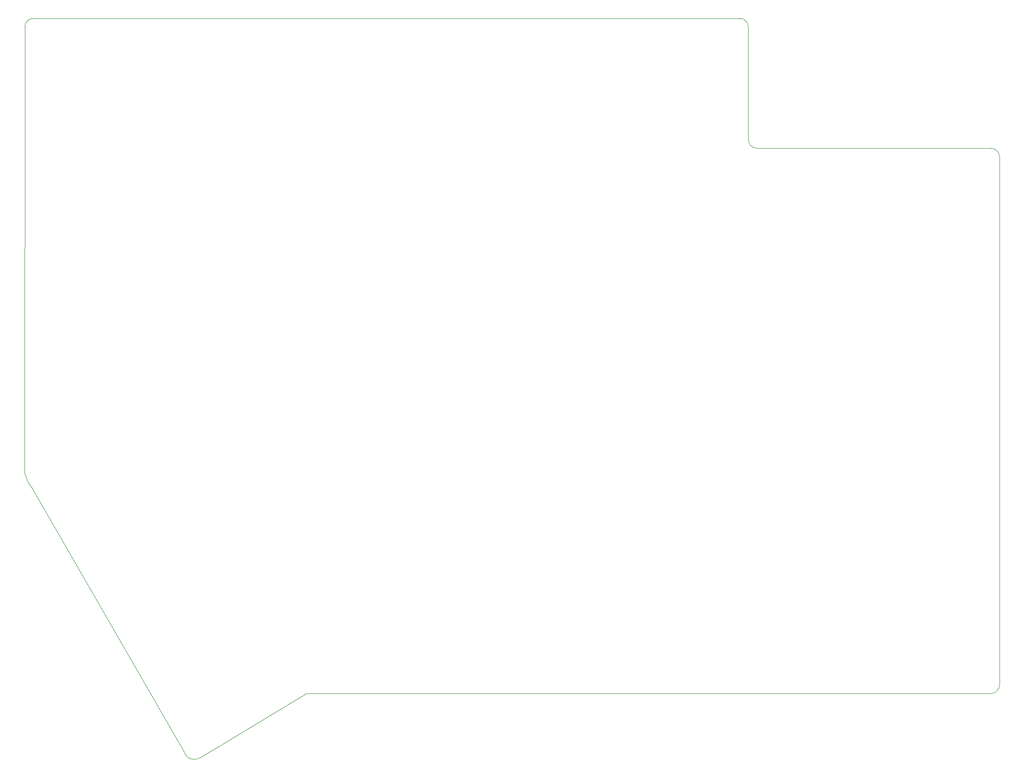
<source format=gm1>
G04 #@! TF.GenerationSoftware,KiCad,Pcbnew,5.1.10*
G04 #@! TF.CreationDate,2021-08-07T14:45:30-04:00*
G04 #@! TF.ProjectId,v05_right,7630355f-7269-4676-9874-2e6b69636164,rev?*
G04 #@! TF.SameCoordinates,Original*
G04 #@! TF.FileFunction,Profile,NP*
%FSLAX46Y46*%
G04 Gerber Fmt 4.6, Leading zero omitted, Abs format (unit mm)*
G04 Created by KiCad (PCBNEW 5.1.10) date 2021-08-07 14:45:30*
%MOMM*%
%LPD*%
G01*
G04 APERTURE LIST*
G04 #@! TA.AperFunction,Profile*
%ADD10C,0.050000*%
G04 #@! TD*
G04 APERTURE END LIST*
D10*
X-184943750Y-110331250D02*
G75*
G02*
X-186583741Y-107095684I5503758J4823065D01*
G01*
X-154424559Y-159393060D02*
G75*
G02*
X-157162500Y-158750000I-1087942J1518059D01*
G01*
X-7937500Y-146050000D02*
G75*
G02*
X-9525000Y-147637500I-1587500J0D01*
G01*
X-9525000Y-47625000D02*
G75*
G02*
X-7937500Y-49212500I0J-1587500D01*
G01*
X-52387500Y-47625000D02*
G75*
G02*
X-53975000Y-46037500I0J1587500D01*
G01*
X-186531250Y-25400000D02*
X-186583741Y-107095684D01*
X-157162500Y-158750000D02*
X-184943750Y-110331250D01*
X-134937500Y-147637500D02*
X-154424559Y-159393060D01*
X-186531250Y-25400000D02*
G75*
G02*
X-184943750Y-23812500I1587500J0D01*
G01*
X-55562500Y-23812500D02*
G75*
G02*
X-53975000Y-25400000I0J-1587500D01*
G01*
X-7937500Y-146050000D02*
X-7937500Y-49212500D01*
X-9525000Y-147637500D02*
X-134937500Y-147637500D01*
X-184943750Y-23812500D02*
X-55562500Y-23812500D01*
X-53975000Y-46037500D02*
X-53975000Y-25400000D01*
X-52387500Y-47625000D02*
X-9525000Y-47625000D01*
M02*

</source>
